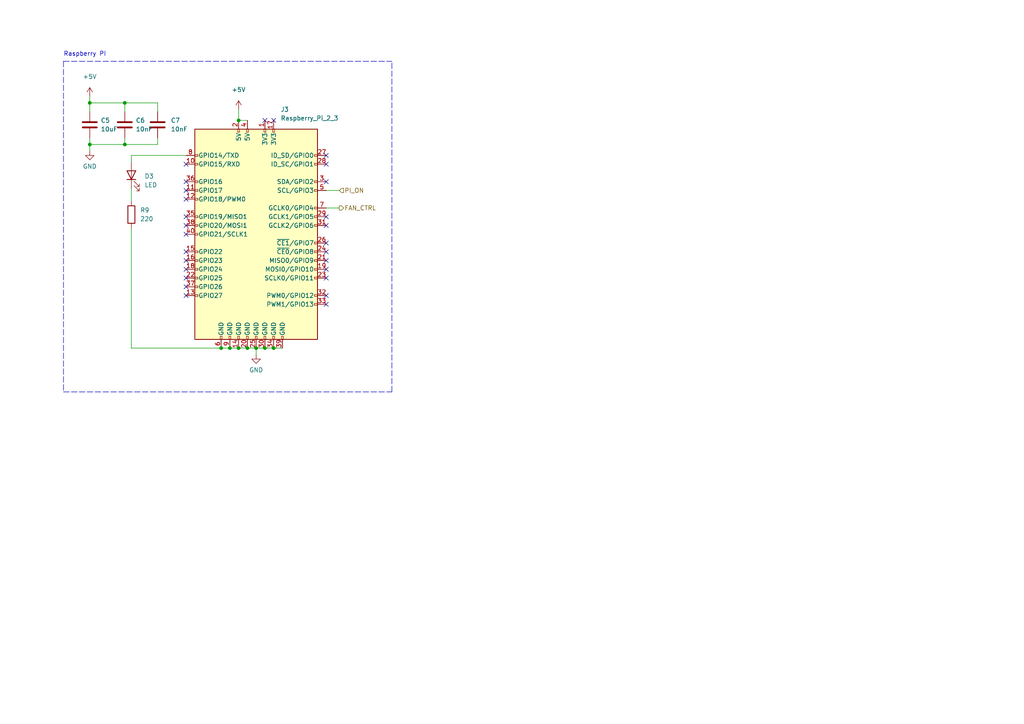
<source format=kicad_sch>
(kicad_sch (version 20211123) (generator eeschema)
  (paper "A4")
  (lib_symbols
    (symbol "Connector:Raspberry_Pi_2_3" (pin_names (offset 1.016))
      (property "Reference" "J" (at -17.78 31.75 0))
      (property "Value" "Raspberry_Pi_2_3" (at 10.16 -31.75 0))
      (symbol "Raspberry_Pi_2_3_0_1"
        (rectangle (start -17.78 30.48) (end 17.78 -30.48) (stroke (width 0.254)) (fill (type background)))
      )
      (symbol "Raspberry_Pi_2_3_1_1"
        (rectangle (start -16.891 -17.526) (end -17.78 -18.034))
        (rectangle (start -16.891 -14.986) (end -17.78 -15.494))
        (rectangle (start -16.891 -12.446) (end -17.78 -12.954))
        (rectangle (start -16.891 -9.906) (end -17.78 -10.414))
        (rectangle (start -16.891 -7.366) (end -17.78 -7.874))
        (rectangle (start -16.891 -4.826) (end -17.78 -5.334))
        (rectangle (start -16.891 0.254) (end -17.78 -0.254))
        (rectangle (start -16.891 2.794) (end -17.78 2.286))
        (rectangle (start -16.891 5.334) (end -17.78 4.826))
        (rectangle (start -16.891 10.414) (end -17.78 9.906))
        (rectangle (start -16.891 12.954) (end -17.78 12.446))
        (rectangle (start -16.891 15.494) (end -17.78 14.986))
        (rectangle (start -16.891 20.574) (end -17.78 20.066))
        (rectangle (start -16.891 23.114) (end -17.78 22.606))
        (rectangle (start -10.414 -29.591) (end -9.906 -30.48))
        (rectangle (start -7.874 -29.591) (end -7.366 -30.48))
        (rectangle (start -5.334 -29.591) (end -4.826 -30.48))
        (rectangle (start -5.334 30.48) (end -4.826 29.591))
        (rectangle (start -2.794 -29.591) (end -2.286 -30.48))
        (rectangle (start -2.794 30.48) (end -2.286 29.591))
        (rectangle (start -0.254 -29.591) (end 0.254 -30.48))
        (rectangle (start 2.286 -29.591) (end 2.794 -30.48))
        (rectangle (start 2.286 30.48) (end 2.794 29.591))
        (rectangle (start 4.826 -29.591) (end 5.334 -30.48))
        (rectangle (start 4.826 30.48) (end 5.334 29.591))
        (rectangle (start 7.366 -29.591) (end 7.874 -30.48))
        (rectangle (start 17.78 -20.066) (end 16.891 -20.574))
        (rectangle (start 17.78 -17.526) (end 16.891 -18.034))
        (rectangle (start 17.78 -12.446) (end 16.891 -12.954))
        (rectangle (start 17.78 -9.906) (end 16.891 -10.414))
        (rectangle (start 17.78 -7.366) (end 16.891 -7.874))
        (rectangle (start 17.78 -4.826) (end 16.891 -5.334))
        (rectangle (start 17.78 -2.286) (end 16.891 -2.794))
        (rectangle (start 17.78 2.794) (end 16.891 2.286))
        (rectangle (start 17.78 5.334) (end 16.891 4.826))
        (rectangle (start 17.78 7.874) (end 16.891 7.366))
        (rectangle (start 17.78 12.954) (end 16.891 12.446))
        (rectangle (start 17.78 15.494) (end 16.891 14.986))
        (rectangle (start 17.78 20.574) (end 16.891 20.066))
        (rectangle (start 17.78 23.114) (end 16.891 22.606))
        (pin power_in line (at 2.54 33.02 270) (length 2.54) (name "3V3") (number "1"))
        (pin bidirectional line (at -20.32 20.32 0) (length 2.54) (name "GPIO15/RXD") (number "10"))
        (pin bidirectional line (at -20.32 12.7 0) (length 2.54) (name "GPIO17") (number "11"))
        (pin bidirectional line (at -20.32 10.16 0) (length 2.54) (name "GPIO18/PWM0") (number "12"))
        (pin bidirectional line (at -20.32 -17.78 0) (length 2.54) (name "GPIO27") (number "13"))
        (pin power_in line (at -5.08 -33.02 90) (length 2.54) (name "GND") (number "14"))
        (pin bidirectional line (at -20.32 -5.08 0) (length 2.54) (name "GPIO22") (number "15"))
        (pin bidirectional line (at -20.32 -7.62 0) (length 2.54) (name "GPIO23") (number "16"))
        (pin power_in line (at 5.08 33.02 270) (length 2.54) (name "3V3") (number "17"))
        (pin bidirectional line (at -20.32 -10.16 0) (length 2.54) (name "GPIO24") (number "18"))
        (pin bidirectional line (at 20.32 -10.16 180) (length 2.54) (name "MOSI0/GPIO10") (number "19"))
        (pin power_in line (at -5.08 33.02 270) (length 2.54) (name "5V") (number "2"))
        (pin power_in line (at -2.54 -33.02 90) (length 2.54) (name "GND") (number "20"))
        (pin bidirectional line (at 20.32 -7.62 180) (length 2.54) (name "MISO0/GPIO9") (number "21"))
        (pin bidirectional line (at -20.32 -12.7 0) (length 2.54) (name "GPIO25") (number "22"))
        (pin bidirectional line (at 20.32 -12.7 180) (length 2.54) (name "SCLK0/GPIO11") (number "23"))
        (pin bidirectional line (at 20.32 -5.08 180) (length 2.54) (name "~{CE0}/GPIO8") (number "24"))
        (pin power_in line (at 0 -33.02 90) (length 2.54) (name "GND") (number "25"))
        (pin bidirectional line (at 20.32 -2.54 180) (length 2.54) (name "~{CE1}/GPIO7") (number "26"))
        (pin bidirectional line (at 20.32 22.86 180) (length 2.54) (name "ID_SD/GPIO0") (number "27"))
        (pin bidirectional line (at 20.32 20.32 180) (length 2.54) (name "ID_SC/GPIO1") (number "28"))
        (pin bidirectional line (at 20.32 5.08 180) (length 2.54) (name "GCLK1/GPIO5") (number "29"))
        (pin bidirectional line (at 20.32 15.24 180) (length 2.54) (name "SDA/GPIO2") (number "3"))
        (pin power_in line (at 2.54 -33.02 90) (length 2.54) (name "GND") (number "30"))
        (pin bidirectional line (at 20.32 2.54 180) (length 2.54) (name "GCLK2/GPIO6") (number "31"))
        (pin bidirectional line (at 20.32 -17.78 180) (length 2.54) (name "PWM0/GPIO12") (number "32"))
        (pin bidirectional line (at 20.32 -20.32 180) (length 2.54) (name "PWM1/GPIO13") (number "33"))
        (pin power_in line (at 5.08 -33.02 90) (length 2.54) (name "GND") (number "34"))
        (pin bidirectional line (at -20.32 5.08 0) (length 2.54) (name "GPIO19/MISO1") (number "35"))
        (pin bidirectional line (at -20.32 15.24 0) (length 2.54) (name "GPIO16") (number "36"))
        (pin bidirectional line (at -20.32 -15.24 0) (length 2.54) (name "GPIO26") (number "37"))
        (pin bidirectional line (at -20.32 2.54 0) (length 2.54) (name "GPIO20/MOSI1") (number "38"))
        (pin power_in line (at 7.62 -33.02 90) (length 2.54) (name "GND") (number "39"))
        (pin power_in line (at -2.54 33.02 270) (length 2.54) (name "5V") (number "4"))
        (pin bidirectional line (at -20.32 0 0) (length 2.54) (name "GPIO21/SCLK1") (number "40"))
        (pin bidirectional line (at 20.32 12.7 180) (length 2.54) (name "SCL/GPIO3") (number "5"))
        (pin power_in line (at -10.16 -33.02 90) (length 2.54) (name "GND") (number "6"))
        (pin bidirectional line (at 20.32 7.62 180) (length 2.54) (name "GCLK0/GPIO4") (number "7"))
        (pin bidirectional line (at -20.32 22.86 0) (length 2.54) (name "GPIO14/TXD") (number "8"))
        (pin power_in line (at -7.62 -33.02 90) (length 2.54) (name "GND") (number "9"))
      )
    )
    (symbol "Device:C" (pin_numbers hide) (pin_names (offset 0.254))
      (property "Reference" "C" (at 0.635 2.54 0))
      (property "Value" "C" (at 0.635 -2.54 0))
      (symbol "C_0_1"
        (polyline (pts (xy -2.032 -0.762) (xy 2.032 -0.762)) (stroke (width 0.508)))
        (polyline (pts (xy -2.032 0.762) (xy 2.032 0.762)) (stroke (width 0.508)))
      )
      (symbol "C_1_1"
        (pin passive line (at 0 3.81 270) (length 2.794) (name "~") (number "1"))
        (pin passive line (at 0 -3.81 90) (length 2.794) (name "~") (number "2"))
      )
    )
    (symbol "Device:LED" (pin_numbers hide) (pin_names (offset 1.016) hide)
      (property "Reference" "D" (at 0 2.54 0))
      (property "Value" "LED" (at 0 -2.54 0))
      (symbol "LED_0_1"
        (polyline (pts (xy -1.27 -1.27) (xy -1.27 1.27)) (stroke (width 0.254)))
        (polyline (pts (xy -1.27 0) (xy 1.27 0)))
        (polyline (pts (xy 1.27 -1.27) (xy 1.27 1.27) (xy -1.27 0) (xy 1.27 -1.27)) (stroke (width 0.254)))
        (polyline (pts (xy -3.048 -0.762) (xy -4.572 -2.286) (xy -3.81 -2.286) (xy -4.572 -2.286) (xy -4.572 -1.524)))
        (polyline (pts (xy -1.778 -0.762) (xy -3.302 -2.286) (xy -2.54 -2.286) (xy -3.302 -2.286) (xy -3.302 -1.524)))
      )
      (symbol "LED_1_1"
        (pin passive line (at -3.81 0 0) (length 2.54) (name "K") (number "1"))
        (pin passive line (at 3.81 0 180) (length 2.54) (name "A") (number "2"))
      )
    )
    (symbol "Device:R" (pin_numbers hide) (pin_names (offset 0))
      (property "Reference" "R" (at 2.032 0 90))
      (property "Value" "R" (at 0 0 90))
      (symbol "R_0_1"
        (rectangle (start -1.016 -2.54) (end 1.016 2.54) (stroke (width 0.254)))
      )
      (symbol "R_1_1"
        (pin passive line (at 0 3.81 270) (length 1.27) (name "~") (number "1"))
        (pin passive line (at 0 -3.81 90) (length 1.27) (name "~") (number "2"))
      )
    )
    (symbol "power:+5V" (power) (pin_names (offset 0))
      (property "Value" "+5V" (at 0 3.556 0))
      (symbol "+5V_0_1"
        (polyline (pts (xy -0.762 1.27) (xy 0 2.54)))
        (polyline (pts (xy 0 0) (xy 0 2.54)))
        (polyline (pts (xy 0 2.54) (xy 0.762 1.27)))
      )
      (symbol "+5V_1_1"
        (pin power_in line (at 0 0 90) (length 0) hide (name "+5V") (number "1"))
      )
    )
    (symbol "power:GND" (power) (pin_names (offset 0))
      (property "Value" "GND" (at 0 -3.81 0))
      (symbol "GND_0_1"
        (polyline (pts (xy 0 0) (xy 0 -1.27) (xy 1.27 -1.27) (xy 0 -2.54) (xy -1.27 -1.27) (xy 0 -1.27)))
      )
      (symbol "GND_1_1"
        (pin power_in line (at 0 0 270) (length 0) hide (name "GND") (number "1"))
      )
    )
  )
  (junction (at 79.375 100.965))
  (junction (at 36.195 29.845))
  (junction (at 26.035 29.845))
  (junction (at 69.215 34.925))
  (junction (at 76.835 100.965))
  (junction (at 64.135 100.965))
  (junction (at 66.675 100.965))
  (junction (at 36.195 41.91))
  (junction (at 26.035 41.91))
  (junction (at 71.755 100.965))
  (junction (at 69.215 100.965))
  (junction (at 74.295 100.965))
  (no_connect (at 94.615 62.865))
  (no_connect (at 94.615 75.565))
  (no_connect (at 53.975 75.565))
  (no_connect (at 53.975 80.645))
  (no_connect (at 53.975 73.025))
  (no_connect (at 53.975 67.945))
  (no_connect (at 53.975 78.105))
  (no_connect (at 94.615 85.725))
  (no_connect (at 53.975 85.725))
  (no_connect (at 94.615 45.085))
  (no_connect (at 94.615 47.625))
  (no_connect (at 94.615 52.705))
  (no_connect (at 53.975 65.405))
  (no_connect (at 53.975 57.785))
  (no_connect (at 94.615 73.025))
  (no_connect (at 53.975 55.245))
  (no_connect (at 53.975 47.625))
  (no_connect (at 94.615 65.405))
  (no_connect (at 76.835 34.925))
  (no_connect (at 94.615 80.645))
  (no_connect (at 94.615 88.265))
  (no_connect (at 53.975 52.705))
  (no_connect (at 53.975 62.865))
  (no_connect (at 53.975 83.185))
  (no_connect (at 79.375 34.925))
  (no_connect (at 94.615 70.485))
  (no_connect (at 94.615 78.105))
  (wire (pts (xy 36.195 29.845) (xy 45.72 29.845)))
  (wire (pts (xy 94.615 60.325) (xy 98.425 60.325)))
  (wire (pts (xy 76.835 100.965) (xy 79.375 100.965)))
  (wire (pts (xy 69.215 100.965) (xy 71.755 100.965)))
  (wire (pts (xy 36.195 40.005) (xy 36.195 41.91)))
  (wire (pts (xy 38.1 54.61) (xy 38.1 58.42)))
  (wire (pts (xy 26.035 41.91) (xy 36.195 41.91)))
  (wire (pts (xy 79.375 100.965) (xy 81.915 100.965)))
  (wire (pts (xy 26.035 40.005) (xy 26.035 41.91)))
  (wire (pts (xy 53.975 45.085) (xy 38.1 45.085)))
  (wire (pts (xy 26.035 27.94) (xy 26.035 29.845)))
  (wire (pts (xy 71.755 100.965) (xy 74.295 100.965)))
  (wire (pts (xy 69.215 31.75) (xy 69.215 34.925)))
  (wire (pts (xy 64.135 100.965) (xy 66.675 100.965)))
  (wire (pts (xy 45.72 40.005) (xy 45.72 41.91)))
  (polyline (pts (xy 18.415 17.78) (xy 18.415 113.665)))
  (wire (pts (xy 74.295 100.965) (xy 76.835 100.965)))
  (wire (pts (xy 38.1 66.04) (xy 38.1 100.965)))
  (wire (pts (xy 94.615 55.245) (xy 98.425 55.245)))
  (wire (pts (xy 26.035 41.91) (xy 26.035 43.815)))
  (polyline (pts (xy 113.665 113.665) (xy 113.665 17.78)))
  (wire (pts (xy 45.72 29.845) (xy 45.72 32.385)))
  (wire (pts (xy 66.675 100.965) (xy 69.215 100.965)))
  (wire (pts (xy 26.035 29.845) (xy 26.035 32.385)))
  (wire (pts (xy 74.295 100.965) (xy 74.295 102.87)))
  (polyline (pts (xy 18.415 113.665) (xy 113.665 113.665)))
  (wire (pts (xy 36.195 41.91) (xy 45.72 41.91)))
  (polyline (pts (xy 18.415 17.78) (xy 113.665 17.78)))
  (wire (pts (xy 26.035 29.845) (xy 36.195 29.845)))
  (wire (pts (xy 36.195 32.385) (xy 36.195 29.845)))
  (wire (pts (xy 38.1 100.965) (xy 64.135 100.965)))
  (wire (pts (xy 69.215 34.925) (xy 71.755 34.925)))
  (wire (pts (xy 38.1 45.085) (xy 38.1 46.99)))
  (text "Raspberry PI" (at 18.415 16.51 0) (effects (font (size 1.27 1.27)) (justify left bottom)))
  (hierarchical_label "PI_ON" (shape input) (at 98.425 55.245 0))
  (hierarchical_label "FAN_CTRL" (shape output) (at 98.425 60.325 0))
  (symbol (lib_id "Connector:Raspberry_Pi_2_3") (at 74.295 67.945 0) (unit 1)
    (property "Reference" "J3" (at 81.3944 31.75 0) (effects (justify left)))
    (property "Value" "Raspberry_Pi_2_3" (at 81.3944 34.29 0) (effects (justify left)))
    (property "Datasheet" "https://www.raspberrypi.org/documentation/hardware/raspberrypi/schematics/rpi_SCH_3bplus_1p0_reduced.pdf" (effects hide))
  )
  (symbol (lib_id "power:+5V") (at 26.035 27.94 0) (unit 1)
    (property "Reference" "#PWR019" (effects hide))
    (property "Value" "+5V" (at 26.035 22.225 0))
  )
  (symbol (lib_id "power:GND") (at 74.295 102.87 0) (unit 1)
    (property "Reference" "#PWR022" (effects hide))
    (property "Value" "GND" (at 74.295 107.315 0))
  )
  (symbol (lib_id "Device:C") (at 26.035 36.195 0) (unit 1)
    (property "Reference" "C5" (at 29.21 34.9249 0) (effects (justify left)))
    (property "Value" "10uF" (at 29.21 37.4649 0) (effects (justify left)))
  )
  (symbol (lib_id "Device:C") (at 45.72 36.195 0) (unit 1)
    (property "Reference" "C7" (at 49.53 34.9249 0) (effects (justify left)))
    (property "Value" "10nF" (at 49.53 37.4649 0) (effects (justify left)))
  )
  (symbol (lib_id "power:GND") (at 26.035 43.815 0) (unit 1)
    (property "Reference" "#PWR020" (effects hide))
    (property "Value" "GND" (at 26.035 48.26 0))
  )
  (symbol (lib_id "Device:C") (at 36.195 36.195 0) (unit 1)
    (property "Reference" "C6" (at 39.37 34.9249 0) (effects (justify left)))
    (property "Value" "10nF" (at 39.37 37.4649 0) (effects (justify left)))
  )
  (symbol (lib_id "Device:LED") (at 38.1 50.8 90) (unit 1)
    (property "Reference" "D3" (at 41.91 51.1174 90) (effects (justify right)))
    (property "Value" "LED" (at 41.91 53.6574 90) (effects (justify right)))
  )
  (symbol (lib_id "power:+5V") (at 69.215 31.75 0) (unit 1)
    (property "Reference" "#PWR021" (effects hide))
    (property "Value" "+5V" (at 69.215 26.035 0))
  )
  (symbol (lib_id "Device:R") (at 38.1 62.23 180) (unit 1)
    (property "Reference" "R9" (at 40.64 60.9599 0) (effects (justify right)))
    (property "Value" "220" (at 40.64 63.4999 0) (effects (justify right)))
  )
)
</source>
